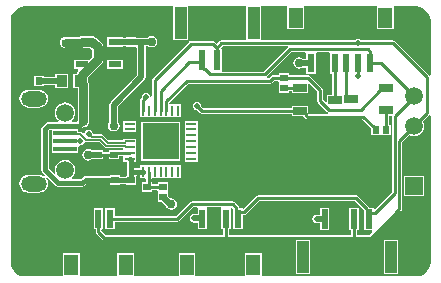
<source format=gtl>
G04*
G04 #@! TF.GenerationSoftware,Altium Limited,Altium Designer,20.1.7 (139)*
G04*
G04 Layer_Physical_Order=1*
G04 Layer_Color=255*
%FSLAX25Y25*%
%MOIN*%
G70*
G04*
G04 #@! TF.SameCoordinates,8D634492-3E34-4B73-8720-EB9472E910E3*
G04*
G04*
G04 #@! TF.FilePolarity,Positive*
G04*
G01*
G75*
%ADD13C,0.01000*%
%ADD15R,0.04724X0.07087*%
%ADD16R,0.02362X0.06102*%
%ADD17R,0.04528X0.02559*%
%ADD18R,0.02559X0.02362*%
%ADD19R,0.04331X0.02362*%
%ADD20R,0.03661X0.03858*%
%ADD21R,0.02362X0.02559*%
%ADD22R,0.01000X0.03543*%
%ADD23R,0.03543X0.01000*%
%ADD24R,0.03937X0.10630*%
%ADD25R,0.02362X0.06693*%
%ADD26R,0.07874X0.01772*%
%ADD42R,0.12205X0.12205*%
%ADD43C,0.02000*%
%ADD44C,0.03000*%
%ADD45C,0.01700*%
%ADD46C,0.01500*%
%ADD47C,0.00689*%
%ADD48C,0.05906*%
%ADD49R,0.05906X0.05906*%
%ADD50O,0.08658X0.05118*%
%ADD51C,0.05906*%
%ADD52C,0.03000*%
%ADD53C,0.02000*%
G36*
X136458Y44808D02*
X137368Y44431D01*
X138187Y43884D01*
X138884Y43187D01*
X139431Y42368D01*
X139808Y41458D01*
X140000Y40492D01*
Y40000D01*
Y22024D01*
X139500Y21872D01*
X139449Y21949D01*
X128049Y33349D01*
X127751Y33548D01*
X127400Y33618D01*
X117037D01*
X116909Y33809D01*
X116446Y34119D01*
X115900Y34227D01*
X115354Y34119D01*
X114891Y33809D01*
X114763Y33618D01*
X83808D01*
X83394Y33827D01*
X83394Y34118D01*
Y45000D01*
X92277D01*
Y37267D01*
X97802D01*
Y45000D01*
X122198D01*
Y37267D01*
X127723D01*
Y45000D01*
X135493D01*
X136458Y44808D01*
D02*
G37*
G36*
X78658Y34118D02*
X78658Y33827D01*
X78244Y33618D01*
X70292D01*
X69941Y33548D01*
X69643Y33349D01*
X68796Y32502D01*
X68149Y33149D01*
X67851Y33348D01*
X67500Y33418D01*
X60000D01*
X59649Y33348D01*
X59351Y33149D01*
X47383Y21180D01*
X47184Y20883D01*
X47114Y20531D01*
Y14917D01*
X46614Y14868D01*
X46519Y15346D01*
X46209Y15809D01*
X45746Y16119D01*
X45200Y16227D01*
X44654Y16119D01*
X44191Y15809D01*
X43881Y15346D01*
X43773Y14800D01*
X43794Y14692D01*
X43446Y14343D01*
X43247Y14046D01*
X43177Y13694D01*
Y10197D01*
X43194Y10108D01*
Y8025D01*
X44995Y8025D01*
X45494Y8025D01*
X46963Y8025D01*
X47463Y8025D01*
X48932D01*
Y8025D01*
X49100D01*
X49100Y8025D01*
X50900Y8025D01*
X51400Y8025D01*
X52868Y8025D01*
X53369Y8025D01*
X54837Y8025D01*
X55337Y8025D01*
X56805D01*
Y12369D01*
X55006Y12369D01*
X54505Y12369D01*
X53037Y12369D01*
X52886Y12806D01*
Y12888D01*
X59180Y19182D01*
X86400D01*
X86751Y19252D01*
X87049Y19451D01*
X87780Y20182D01*
X89067D01*
X89420Y19829D01*
Y19492D01*
X89420Y18992D01*
Y16146D01*
X92779D01*
Y16809D01*
X93929D01*
Y15961D01*
X99257D01*
Y18972D01*
X99757Y19179D01*
X102282Y16654D01*
Y13500D01*
X102352Y13149D01*
X102551Y12851D01*
X105651Y9751D01*
X105851Y9618D01*
X105766Y9118D01*
X99323D01*
X99274Y9166D01*
Y9380D01*
X99257Y9469D01*
Y11839D01*
X93929D01*
Y11078D01*
X64220D01*
X63606Y11692D01*
X63627Y11800D01*
X63519Y12346D01*
X63209Y12809D01*
X62746Y13119D01*
X62200Y13227D01*
X61654Y13119D01*
X61191Y12809D01*
X60881Y12346D01*
X60773Y11800D01*
X60881Y11254D01*
X61191Y10791D01*
X61654Y10481D01*
X62200Y10373D01*
X62308Y10394D01*
X63191Y9511D01*
X63489Y9312D01*
X63840Y9242D01*
X93929D01*
Y8480D01*
X97500D01*
X97509Y8435D01*
X97708Y8137D01*
X98294Y7551D01*
X98591Y7352D01*
X98943Y7282D01*
X117174D01*
X120272Y4183D01*
Y2221D01*
X123119D01*
X123435Y2221D01*
X123935Y2221D01*
X126781D01*
Y5579D01*
X126125D01*
Y8580D01*
X127164D01*
X127282Y8437D01*
Y-16845D01*
X121563Y-22565D01*
X121063Y-22357D01*
Y-22197D01*
X119661D01*
X119649Y-22135D01*
X119450Y-21837D01*
X115964Y-18351D01*
X115666Y-18152D01*
X115315Y-18082D01*
X82638D01*
X82287Y-18152D01*
X81989Y-18351D01*
X77887Y-22454D01*
X77387Y-22381D01*
Y-22381D01*
X76110D01*
Y-22092D01*
X76040Y-21741D01*
X75841Y-21443D01*
X74749Y-20351D01*
X74451Y-20152D01*
X74100Y-20082D01*
X60400D01*
X60049Y-20152D01*
X59751Y-20351D01*
X55166Y-24937D01*
X34818D01*
Y-22403D01*
X31656D01*
Y-29305D01*
X34818D01*
Y-26772D01*
X55546D01*
X55897Y-26702D01*
X56195Y-26503D01*
X60780Y-21918D01*
X62325D01*
X62413Y-22381D01*
X62413Y-22418D01*
Y-24273D01*
X61200D01*
X60654Y-24381D01*
X60191Y-24691D01*
X59881Y-25154D01*
X59773Y-25700D01*
X59881Y-26246D01*
X60191Y-26709D01*
X60654Y-27019D01*
X61200Y-27127D01*
X62413D01*
Y-29283D01*
X65576D01*
Y-22418D01*
X65576Y-22381D01*
X65664Y-21918D01*
X70199D01*
X70287Y-22381D01*
X70287D01*
Y-29283D01*
X70951D01*
Y-31182D01*
X31680D01*
X30303Y-29805D01*
X30424Y-29305D01*
X30881D01*
Y-22403D01*
X27719D01*
Y-29305D01*
X28382D01*
Y-30100D01*
X28452Y-30451D01*
X28651Y-30749D01*
X30651Y-32749D01*
X30949Y-32948D01*
X31300Y-33018D01*
X95066D01*
Y-44257D01*
X99803D01*
Y-33018D01*
X120000D01*
X120351Y-32948D01*
X120649Y-32749D01*
X130249Y-23149D01*
X130448Y-22851D01*
X130518Y-22500D01*
Y-280D01*
X132852Y2054D01*
X133625Y1733D01*
X134500Y1618D01*
X135375Y1733D01*
X136191Y2071D01*
X136891Y2609D01*
X137429Y3309D01*
X137767Y4125D01*
X137882Y5000D01*
X137767Y5875D01*
X137446Y6649D01*
X139449Y8651D01*
X139500Y8728D01*
X140000Y8576D01*
Y-40000D01*
Y-40492D01*
X139808Y-41458D01*
X139431Y-42368D01*
X138884Y-43187D01*
X138187Y-43884D01*
X137368Y-44431D01*
X136458Y-44808D01*
X135493Y-45000D01*
X83686D01*
Y-37145D01*
X78162D01*
Y-45000D01*
X61638D01*
Y-37145D01*
X56114D01*
Y-45000D01*
X41117D01*
Y-37167D01*
X35593D01*
Y-45000D01*
X23007D01*
Y-37167D01*
X17483D01*
Y-45000D01*
X4507D01*
X3542Y-44808D01*
X2632Y-44431D01*
X1813Y-43884D01*
X1116Y-43187D01*
X569Y-42368D01*
X192Y-41458D01*
X0Y-40492D01*
Y-40000D01*
Y40000D01*
Y40492D01*
X192Y41458D01*
X569Y42368D01*
X1116Y43187D01*
X1813Y43884D01*
X2632Y44431D01*
X3542Y44808D01*
X4507Y45000D01*
X54327D01*
Y33827D01*
X59064D01*
Y45000D01*
X78658D01*
Y34118D01*
D02*
G37*
G36*
X106450Y29406D02*
X106450Y29182D01*
Y22503D01*
X107114D01*
Y15579D01*
X105543D01*
Y13108D01*
X105081Y12916D01*
X104118Y13880D01*
Y17034D01*
X104048Y17385D01*
X103849Y17683D01*
X99809Y21722D01*
X99512Y21921D01*
X99160Y21991D01*
X92779D01*
Y22654D01*
X89420D01*
Y22018D01*
X87400D01*
X87049Y21948D01*
X86751Y21749D01*
X86020Y21018D01*
X85434D01*
X85349Y21518D01*
X85549Y21651D01*
X93580Y29682D01*
X98191D01*
X98576Y29406D01*
X98576Y29182D01*
Y27382D01*
X97629D01*
X97570Y27470D01*
X96941Y27890D01*
X96200Y28037D01*
X95459Y27890D01*
X94830Y27470D01*
X94410Y26841D01*
X94263Y26100D01*
X94410Y25359D01*
X94830Y24730D01*
X95459Y24310D01*
X96200Y24163D01*
X96941Y24310D01*
X97266Y24527D01*
X98576D01*
Y22503D01*
X101739D01*
Y29182D01*
X101739Y29406D01*
X102124Y29682D01*
X106065D01*
X106450Y29406D01*
D02*
G37*
G36*
X92601Y31282D02*
X92551Y31249D01*
X84520Y23218D01*
X70402D01*
Y30690D01*
X70287D01*
X70079Y31190D01*
X70672Y31782D01*
X92450D01*
X92601Y31282D01*
D02*
G37*
G36*
X117883Y-22866D02*
Y-23097D01*
X117901Y-23186D01*
Y-29690D01*
X120405D01*
X120613Y-30190D01*
X119620Y-31182D01*
X115478D01*
Y-29690D01*
X116142D01*
Y-22197D01*
X112979D01*
Y-29690D01*
X113643D01*
Y-31182D01*
X72786D01*
Y-29283D01*
X73450D01*
Y-22381D01*
X73450D01*
X73454Y-22359D01*
X73794Y-22254D01*
X74224Y-22602D01*
Y-29283D01*
X77387D01*
Y-24655D01*
X77901D01*
X78252Y-24585D01*
X78550Y-24386D01*
X83018Y-19918D01*
X114935D01*
X117883Y-22866D01*
D02*
G37*
%LPC*%
G36*
X47000Y35137D02*
X46259Y34990D01*
X45630Y34570D01*
X45602Y34527D01*
X41980D01*
Y34681D01*
X38620D01*
Y34568D01*
X37377D01*
Y34721D01*
X32246D01*
Y31559D01*
X37377D01*
Y31713D01*
X38620D01*
Y31519D01*
X41980D01*
X42173Y31099D01*
Y21991D01*
X33391Y13209D01*
X33081Y12746D01*
X32973Y12200D01*
X32973Y12200D01*
Y6484D01*
X32610Y5941D01*
X32463Y5200D01*
X32610Y4459D01*
X33030Y3830D01*
X33659Y3410D01*
X34400Y3263D01*
X35141Y3410D01*
X35770Y3830D01*
X36190Y4459D01*
X36337Y5200D01*
X36190Y5941D01*
X35827Y6484D01*
Y11609D01*
X44609Y20391D01*
X44609Y20391D01*
X44919Y20854D01*
X45027Y21400D01*
Y31673D01*
X45866D01*
X46259Y31410D01*
X47000Y31263D01*
X47741Y31410D01*
X48370Y31830D01*
X48790Y32459D01*
X48937Y33200D01*
X48790Y33941D01*
X48370Y34570D01*
X47741Y34990D01*
X47000Y35137D01*
D02*
G37*
G36*
X37377Y27241D02*
X32246D01*
Y24079D01*
X37377D01*
Y27241D01*
D02*
G37*
G36*
X19299Y22329D02*
X14838D01*
Y21527D01*
X11054D01*
Y21779D01*
X7892D01*
Y18420D01*
X11054D01*
Y18673D01*
X14838D01*
Y17671D01*
X19299D01*
Y22329D01*
D02*
G37*
G36*
X9514Y17158D02*
X5974D01*
X5202Y17056D01*
X4482Y16758D01*
X3864Y16284D01*
X3390Y15666D01*
X3091Y14946D01*
X2990Y14173D01*
X3091Y13401D01*
X3390Y12681D01*
X3864Y12063D01*
X4482Y11589D01*
X5202Y11290D01*
X5974Y11189D01*
X9514D01*
X10286Y11290D01*
X11006Y11589D01*
X11624Y12063D01*
X12099Y12681D01*
X12397Y13401D01*
X12498Y14173D01*
X12397Y14946D01*
X12099Y15666D01*
X11624Y16284D01*
X11006Y16758D01*
X10286Y17056D01*
X9514Y17158D01*
D02*
G37*
G36*
X27243Y35077D02*
X23788D01*
X23047Y34930D01*
X22868Y34810D01*
X18400D01*
X17659Y34663D01*
X17346Y34454D01*
X16721D01*
Y33779D01*
X16610Y33615D01*
X16463Y32873D01*
X16610Y32132D01*
X16721Y31967D01*
Y31292D01*
X17346D01*
X17659Y31084D01*
X18400Y30936D01*
X23521D01*
X24263Y31084D01*
X24441Y31203D01*
X26440D01*
X27063Y30580D01*
Y28102D01*
X26201Y27241D01*
X21223D01*
Y24079D01*
X22386D01*
X22577Y23617D01*
X22418Y23458D01*
X21998Y22829D01*
X21899Y22329D01*
X20901D01*
Y17671D01*
X22363D01*
Y6700D01*
X21908Y6470D01*
X20574D01*
X20404Y6970D01*
X20647Y7156D01*
X21184Y7856D01*
X21522Y8672D01*
X21638Y9547D01*
X21522Y10422D01*
X21184Y11238D01*
X20647Y11938D01*
X19947Y12476D01*
X19131Y12814D01*
X18256Y12929D01*
X17381Y12814D01*
X16565Y12476D01*
X15865Y11938D01*
X15327Y11238D01*
X14989Y10422D01*
X14874Y9547D01*
X14989Y8672D01*
X15327Y7856D01*
X15865Y7156D01*
X16140Y6945D01*
X15970Y6445D01*
X13888D01*
Y6434D01*
X12596D01*
X12108Y6336D01*
X11695Y6060D01*
X10699Y5064D01*
X10423Y4651D01*
X10326Y4163D01*
Y-9600D01*
X10423Y-10088D01*
X10699Y-10501D01*
X11650Y-11453D01*
X11320Y-11830D01*
X11006Y-11588D01*
X10286Y-11290D01*
X9513Y-11188D01*
X5974D01*
X5201Y-11290D01*
X4482Y-11588D01*
X3863Y-12063D01*
X3389Y-12681D01*
X3091Y-13401D01*
X2989Y-14173D01*
X3091Y-14946D01*
X3389Y-15665D01*
X3863Y-16284D01*
X4482Y-16758D01*
X5201Y-17056D01*
X5974Y-17158D01*
X9513D01*
X10286Y-17056D01*
X11006Y-16758D01*
X11624Y-16284D01*
X12098Y-15665D01*
X12396Y-14946D01*
X12498Y-14173D01*
X12396Y-13401D01*
X12098Y-12681D01*
X11857Y-12366D01*
X12234Y-12036D01*
X14999Y-14801D01*
X15412Y-15078D01*
X15900Y-15175D01*
X23900D01*
X24388Y-15078D01*
X24801Y-14801D01*
X25528Y-14074D01*
X33020D01*
Y-14535D01*
X36380D01*
Y-14126D01*
X38421D01*
Y-14635D01*
X41780D01*
Y-11473D01*
X42237Y-11369D01*
X43194D01*
Y-12369D01*
X44995D01*
X45145Y-12806D01*
Y-13646D01*
X43720D01*
Y-16808D01*
X47080D01*
Y-16244D01*
X48767D01*
X49121Y-16598D01*
Y-16908D01*
X49121Y-17408D01*
Y-20254D01*
X50362D01*
X51826Y-21718D01*
X51826Y-21718D01*
X51890Y-21761D01*
X52230Y-22270D01*
X52859Y-22690D01*
X53600Y-22837D01*
X54341Y-22690D01*
X54970Y-22270D01*
X55390Y-21641D01*
X55537Y-20900D01*
X55390Y-20159D01*
X54970Y-19530D01*
X54341Y-19110D01*
X53600Y-18963D01*
X53190Y-19044D01*
X52479Y-18334D01*
X52479Y-17092D01*
X52479Y-16592D01*
Y-13746D01*
X49121D01*
Y-14409D01*
X47080D01*
Y-13646D01*
X46981D01*
Y-12806D01*
X47131Y-12369D01*
X47481Y-12369D01*
X48932Y-12369D01*
X49431Y-12369D01*
X50900Y-12369D01*
X51400Y-12369D01*
X52868Y-12369D01*
X53369Y-12369D01*
X54837Y-12369D01*
X55337Y-12369D01*
X56805D01*
Y-8025D01*
X55006Y-8025D01*
X54505Y-8025D01*
X53037Y-8025D01*
X52537Y-8025D01*
X51069Y-8025D01*
X50568Y-8025D01*
X49100Y-8025D01*
X48600Y-8025D01*
X47131Y-8025D01*
X46632Y-8025D01*
X45163D01*
X45163Y-8025D01*
X44995D01*
Y-8025D01*
X44663Y-8025D01*
X43194D01*
Y-9024D01*
X41273D01*
Y-6805D01*
X41975D01*
Y-5337D01*
X41975Y-5006D01*
X41975D01*
Y-4837D01*
X41975D01*
Y-3368D01*
X41975Y-3037D01*
X41975D01*
Y-2868D01*
X41975D01*
Y-1068D01*
X41975D01*
Y-900D01*
X41975D01*
Y900D01*
X37631D01*
Y319D01*
X32654D01*
X31537Y1437D01*
X31537Y1437D01*
X30948Y2026D01*
X30702Y2190D01*
X30411Y2248D01*
X27552D01*
X27427Y2400D01*
X27319Y2946D01*
X27009Y3409D01*
X26546Y3719D01*
X26000Y3827D01*
X25454Y3719D01*
X24991Y3409D01*
X24681Y2946D01*
X24651Y2796D01*
X24109Y2632D01*
X23733Y3008D01*
X23486Y3173D01*
X23196Y3230D01*
X22562D01*
Y3920D01*
X22795D01*
X23283Y4017D01*
X23696Y4294D01*
X24187Y4785D01*
X24300Y4763D01*
X25041Y4910D01*
X25670Y5330D01*
X26090Y5959D01*
X26237Y6700D01*
Y18733D01*
X26090Y19475D01*
X25904Y19753D01*
X25902Y19761D01*
X25725Y20025D01*
Y21286D01*
X30370Y25930D01*
X30790Y26559D01*
X30937Y27300D01*
Y31383D01*
X30790Y32124D01*
X30370Y32753D01*
X28613Y34510D01*
X27984Y34930D01*
X27243Y35077D01*
D02*
G37*
G36*
X41975Y6805D02*
X37631D01*
X37631Y5006D01*
X37631Y4505D01*
Y3037D01*
X41975D01*
X41975Y4837D01*
X41975Y5337D01*
Y6805D01*
D02*
G37*
G36*
X56502Y6502D02*
X43498D01*
Y-6502D01*
X56502D01*
Y6502D01*
D02*
G37*
G36*
X62369Y6805D02*
X58025D01*
X58025Y5006D01*
X58025Y4505D01*
X58025Y3037D01*
X58025Y2537D01*
X58025Y1068D01*
X58025Y569D01*
X58025Y-900D01*
X58025Y-1400D01*
X58025Y-2868D01*
X58025Y-3368D01*
X58025Y-4837D01*
X58025Y-5337D01*
Y-6805D01*
X62369D01*
X62369Y-5006D01*
X62369Y-4505D01*
X62369Y-3037D01*
X62369Y-2537D01*
X62369Y-1068D01*
X62369Y-569D01*
X62369Y900D01*
X62369Y1400D01*
X62369Y2868D01*
X62369Y3368D01*
X62369Y4837D01*
X62369Y5337D01*
Y6805D01*
D02*
G37*
G36*
X137853Y-11647D02*
X131147D01*
Y-18353D01*
X137853D01*
Y-11647D01*
D02*
G37*
G36*
X129134Y-32827D02*
X124397D01*
Y-44257D01*
X129134D01*
Y-32827D01*
D02*
G37*
%LPD*%
G36*
X13888Y1314D02*
Y-1245D01*
Y-3804D01*
X22562D01*
Y-1810D01*
X23062Y-1400D01*
X23200Y-1427D01*
X23746Y-1319D01*
X24209Y-1009D01*
X24495Y-581D01*
X24544Y-532D01*
X24977Y-301D01*
X25267Y-359D01*
X29645D01*
X31352Y-2066D01*
X31352Y-2066D01*
X31598Y-2230D01*
X31889Y-2288D01*
X37631D01*
Y-2868D01*
X37194Y-3019D01*
X36279D01*
Y-2872D01*
X32921D01*
Y-3536D01*
X30880D01*
Y-2872D01*
X27520D01*
Y-2924D01*
X27020Y-3030D01*
X26541Y-2710D01*
X25800Y-2563D01*
X25059Y-2710D01*
X24430Y-3130D01*
X24010Y-3759D01*
X23863Y-4500D01*
X24010Y-5241D01*
X24430Y-5870D01*
X25059Y-6290D01*
X25800Y-6437D01*
X26541Y-6290D01*
X27020Y-5970D01*
X27520Y-6035D01*
Y-6035D01*
X30880D01*
Y-5371D01*
X32921D01*
Y-6035D01*
X36279D01*
Y-4855D01*
X37194D01*
X37631Y-5006D01*
Y-6805D01*
X38928D01*
Y-11472D01*
X38421D01*
Y-11781D01*
X36380D01*
Y-11372D01*
X33020D01*
Y-11525D01*
X25000D01*
X24512Y-11622D01*
X24099Y-11899D01*
X23372Y-12626D01*
X20573D01*
X20403Y-12126D01*
X20647Y-11938D01*
X21184Y-11238D01*
X21522Y-10422D01*
X21638Y-9547D01*
X21522Y-8672D01*
X21184Y-7856D01*
X20647Y-7156D01*
X19947Y-6619D01*
X19131Y-6281D01*
X18256Y-6165D01*
X17381Y-6281D01*
X16565Y-6619D01*
X15865Y-7156D01*
X15327Y-7856D01*
X14989Y-8672D01*
X14874Y-9547D01*
X14989Y-10422D01*
X15030Y-10521D01*
X14606Y-10804D01*
X12875Y-9072D01*
Y3635D01*
X13124Y3884D01*
X13888D01*
Y1314D01*
D02*
G37*
%LPC*%
G36*
X106299Y-22197D02*
X103137D01*
Y-24473D01*
X102000D01*
X101454Y-24581D01*
X100991Y-24891D01*
X100681Y-25354D01*
X100573Y-25900D01*
X100681Y-26446D01*
X100991Y-26909D01*
X101454Y-27219D01*
X102000Y-27327D01*
X103137D01*
Y-29690D01*
X106299D01*
Y-22197D01*
D02*
G37*
%LPD*%
D13*
X104095Y25954D02*
X104118Y25931D01*
Y21282D02*
Y25931D01*
Y21282D02*
X104200Y21200D01*
X73743Y26943D02*
Y27157D01*
X74424Y27838D01*
X75838D01*
X77000Y29000D01*
X6127Y20100D02*
X6127Y20100D01*
X3700Y20100D02*
X6127D01*
X40300Y26000D02*
Y29754D01*
X36931Y1969D02*
X39803D01*
X36900Y2000D02*
X36931Y1969D01*
X25282Y-25773D02*
X25363Y-25854D01*
X25282Y-25773D02*
Y-21182D01*
X25200Y-21100D02*
X25282Y-21182D01*
X40200Y-19000D02*
X44973D01*
X45400Y-18573D01*
X40100Y-16400D02*
X40200Y-16500D01*
Y-19000D02*
Y-16500D01*
X34700Y-16300D02*
X34800Y-16400D01*
X40100D01*
X129600Y-22500D02*
Y100D01*
X109620Y-25924D02*
Y-21220D01*
X114900Y-32100D02*
X120000D01*
X134500Y5000D02*
X138800Y9300D01*
X82638Y-19000D02*
X115315D01*
X109620Y-25924D02*
X109639Y-25943D01*
X115315Y-19000D02*
X118801Y-22486D01*
X120000Y-32100D02*
X129600Y-22500D01*
X109600Y-21200D02*
X109620Y-21220D01*
X121577Y-23848D02*
X128200Y-17225D01*
X118801Y-23097D02*
Y-22486D01*
Y-23097D02*
X119552Y-23848D01*
X121577D01*
X70292Y32700D02*
X127400D01*
X129600Y100D02*
X134500Y5000D01*
X72200Y-32100D02*
X114900D01*
X67966Y-30166D02*
Y-25866D01*
Y-30166D02*
X68000Y-30200D01*
X67931Y-25832D02*
X67966Y-25866D01*
X31300Y-32100D02*
X72200D01*
X29300Y-30100D02*
X31300Y-32100D01*
X29200Y-7800D02*
X34600D01*
X29100Y-7900D02*
X29200Y-7800D01*
X23600Y-7900D02*
X29100D01*
X18225Y-5077D02*
X21276D01*
X21662Y-5463D01*
Y-5962D02*
Y-5463D01*
Y-5962D02*
X23600Y-7900D01*
X60000Y32500D02*
X67500D01*
X48031Y10197D02*
Y20531D01*
X60000Y32500D01*
X115903Y25952D02*
X115905Y25954D01*
X115903Y21603D02*
Y25952D01*
X115900Y21600D02*
X115903Y21603D01*
X91100Y21073D02*
X99160D01*
X103200Y13500D02*
Y17034D01*
X99160Y21073D02*
X103200Y17034D01*
X44094Y10197D02*
Y13694D01*
X45200Y14800D01*
X63840Y10160D02*
X96593D01*
X62200Y11800D02*
X63840Y10160D01*
X96593D02*
X97577D01*
X98357Y9380D01*
Y8786D02*
Y9380D01*
Y8786D02*
X98943Y8200D01*
X121853Y3900D02*
Y3998D01*
X121172Y4679D02*
X121853Y3998D01*
X121074Y4679D02*
X121172D01*
X117553Y8200D02*
X121074Y4679D01*
X98943Y8200D02*
X117553D01*
X125207Y3907D02*
Y10260D01*
X125200Y3900D02*
X125207Y3907D01*
X106300Y10400D02*
X116700D01*
X123261Y16961D02*
X124428D01*
X125207Y17740D01*
X116700Y10400D02*
X123261Y16961D01*
X103200Y13500D02*
X106300Y10400D01*
X91100Y17727D02*
X96506D01*
X96593Y17640D01*
X111969Y14780D02*
Y25954D01*
Y14780D02*
X112748Y14000D01*
X113593D01*
X108031Y14076D02*
Y25954D01*
Y14076D02*
X108207Y13900D01*
X91073Y21100D02*
X91100Y21073D01*
X87400Y21100D02*
X91073D01*
X58800Y20100D02*
X86400D01*
X87400Y21100D01*
X51968Y10197D02*
Y13269D01*
X58800Y20100D01*
X63862Y-25700D02*
X63994Y-25832D01*
X114561Y-31761D02*
Y-25943D01*
Y-31761D02*
X114900Y-32100D01*
X71868Y-31769D02*
Y-25832D01*
Y-31769D02*
X72200Y-32100D01*
X29300Y-30100D02*
Y-25854D01*
X128200Y-17225D02*
Y8437D01*
X134500Y14737D01*
Y15000D01*
X138800Y9300D02*
Y21300D01*
X127400Y32700D02*
X138800Y21300D01*
X68796Y31204D02*
X70292Y32700D01*
X93200Y30600D02*
X119000D01*
X84900Y22300D02*
X93200Y30600D01*
X66500Y22300D02*
X84900D01*
X119800Y25997D02*
X119843Y25954D01*
X119000Y30600D02*
X119800Y29800D01*
Y25997D02*
Y29800D01*
X68796Y26969D02*
X68821Y26943D01*
X68796Y26969D02*
Y31204D01*
X67500Y32500D02*
X68796Y31204D01*
X75192Y-23805D02*
X75805Y-24418D01*
X75192Y-23805D02*
Y-22092D01*
X74100Y-21000D02*
X75192Y-22092D01*
X60400Y-21000D02*
X74100D01*
X33237Y-25854D02*
X55546D01*
X60400Y-21000D01*
X75805Y-24418D02*
X76487Y-23737D01*
X77901D01*
X82638Y-19000D01*
X119843Y25954D02*
X123546D01*
X134500Y15000D01*
X64703Y24097D02*
X66500Y22300D01*
X63900Y24778D02*
Y26943D01*
Y24778D02*
X64581Y24097D01*
X64703D01*
X63357Y26400D02*
X63900Y26943D01*
X59600Y26400D02*
X63357D01*
X50000Y10197D02*
Y16800D01*
X59600Y26400D01*
X45500Y-15327D02*
X50800D01*
X45400Y-15227D02*
X45500Y-15327D01*
X46063Y-14564D02*
Y-10197D01*
X45400Y-15227D02*
X46063Y-14564D01*
X35116Y-3937D02*
X39803D01*
X34600Y-4453D02*
X35116Y-3937D01*
X29200Y-4453D02*
X34600D01*
D15*
X124961Y41210D02*
D03*
X95039D02*
D03*
X20245Y-41110D02*
D03*
X38355D02*
D03*
X80924Y-41088D02*
D03*
X58876D02*
D03*
D16*
X100157Y25954D02*
D03*
X104095D02*
D03*
X108031D02*
D03*
X111969D02*
D03*
X115905D02*
D03*
X119843D02*
D03*
X25363Y-25854D02*
D03*
X29300D02*
D03*
X33237D02*
D03*
X75805Y-25832D02*
D03*
X71868D02*
D03*
X67931D02*
D03*
X63994D02*
D03*
D17*
X108207Y13900D02*
D03*
X96593Y10160D02*
D03*
Y17640D02*
D03*
X113593Y14000D02*
D03*
X125207Y17740D02*
D03*
Y10260D02*
D03*
D18*
X91100Y21073D02*
D03*
Y17727D02*
D03*
X40300Y29754D02*
D03*
Y33100D02*
D03*
X18400Y29527D02*
D03*
Y32873D02*
D03*
X34600Y-7800D02*
D03*
Y-4453D02*
D03*
X29200Y-7800D02*
D03*
Y-4453D02*
D03*
X40100Y-16400D02*
D03*
Y-13054D02*
D03*
X34700Y-16300D02*
D03*
Y-12954D02*
D03*
X50800Y-15327D02*
D03*
Y-18673D02*
D03*
X45400Y-18573D02*
D03*
Y-15227D02*
D03*
D19*
X23788Y33140D02*
D03*
Y29400D02*
D03*
Y25660D02*
D03*
X34812D02*
D03*
Y33140D02*
D03*
D20*
X17069Y20000D02*
D03*
X23132D02*
D03*
D21*
X6127Y20100D02*
D03*
X9473D02*
D03*
X121853Y3900D02*
D03*
X125200D02*
D03*
D22*
X44094Y10197D02*
D03*
X46063D02*
D03*
X48031D02*
D03*
X50000D02*
D03*
X51968D02*
D03*
X53937D02*
D03*
X55905D02*
D03*
Y-10197D02*
D03*
X53937D02*
D03*
X51968D02*
D03*
X50000D02*
D03*
X48031D02*
D03*
X46063D02*
D03*
X44094D02*
D03*
D23*
X60197Y5906D02*
D03*
Y3937D02*
D03*
Y1969D02*
D03*
Y0D02*
D03*
Y-1969D02*
D03*
Y-3937D02*
D03*
Y-5906D02*
D03*
X39803D02*
D03*
Y-3937D02*
D03*
Y-1969D02*
D03*
Y0D02*
D03*
Y1969D02*
D03*
Y3937D02*
D03*
Y5906D02*
D03*
D24*
X56695Y39542D02*
D03*
X81026D02*
D03*
X126765Y-38542D02*
D03*
X97435D02*
D03*
D25*
X63900Y26943D02*
D03*
X73743D02*
D03*
X68821D02*
D03*
X119482Y-25943D02*
D03*
X114561D02*
D03*
X104718D02*
D03*
X109639D02*
D03*
D26*
X18225Y-5077D02*
D03*
Y-2518D02*
D03*
Y41D02*
D03*
Y2600D02*
D03*
Y5159D02*
D03*
D42*
X50000Y0D02*
D03*
D43*
X18337Y29463D02*
X18400Y29527D01*
X15763Y29463D02*
X18337D01*
X15700Y29400D02*
X15763Y29463D01*
X18527Y29400D02*
X23788D01*
X18400Y29527D02*
X18527Y29400D01*
X34400Y12200D02*
X43600Y21400D01*
Y33100D01*
X104675Y-25900D02*
X104718Y-25943D01*
X102000Y-25900D02*
X104675D01*
X50800Y-18673D02*
X50898D01*
X51079Y-18854D01*
Y-18953D02*
Y-18854D01*
Y-18953D02*
X52835Y-20709D01*
X53409D01*
X53600Y-20900D01*
X43600Y33100D02*
X46900D01*
X40300D02*
X43600D01*
X29177Y-4477D02*
X29200Y-4453D01*
X25823Y-4477D02*
X29177D01*
X25800Y-4500D02*
X25823Y-4477D01*
X34400Y5200D02*
Y12200D01*
X96346Y25954D02*
X100157D01*
X96200Y26100D02*
X96346Y25954D01*
X46900Y33100D02*
X47000Y33200D01*
X34812Y33140D02*
X40260D01*
X40300Y33100D01*
X61200Y-25700D02*
X63862D01*
X9473Y20100D02*
X16969D01*
X17069Y20000D01*
D44*
X23788Y22088D02*
X29000Y27300D01*
X23788Y19343D02*
Y22088D01*
Y33140D02*
X27243D01*
X29000Y31383D01*
Y27300D02*
Y31383D01*
X24112Y18921D02*
X24300Y18733D01*
X23132Y19902D02*
X24112Y18921D01*
X24300Y6700D02*
Y18733D01*
X23132Y19902D02*
Y20000D01*
X18400Y32873D02*
X23521D01*
X23788Y33140D01*
Y19343D02*
X24112Y19019D01*
D45*
X34547Y-12800D02*
X34700Y-12954D01*
X25000Y-12800D02*
X34547D01*
X15900Y-13900D02*
X23900D01*
X25000Y-12800D01*
X12596Y5159D02*
X18225D01*
X11600Y4163D02*
X12596Y5159D01*
X11600Y-9600D02*
Y4163D01*
Y-9600D02*
X15900Y-13900D01*
X24112Y18921D02*
Y19019D01*
X22795Y5195D02*
X24300Y6700D01*
X18225Y5159D02*
X18261Y5195D01*
X22795D01*
D46*
X34700Y-12954D02*
X40000D01*
X40100Y-13054D01*
Y-9605D02*
Y-6155D01*
Y-13054D02*
Y-9605D01*
X40692Y-10197D02*
X44094D01*
X40100Y-9605D02*
X40692Y-10197D01*
X39850Y-5906D02*
X40100Y-6155D01*
X39803Y-5906D02*
X39850D01*
D47*
X27059Y1489D02*
X30411D01*
X26000Y2400D02*
X26148D01*
X27059Y1489D01*
X29960Y400D02*
X31889Y-1529D01*
X38092D01*
X30411Y1489D02*
X31000Y900D01*
X32340Y-440D01*
X38532Y-1969D02*
X39803D01*
X32340Y-440D02*
X38092D01*
X38532Y0D01*
X38092Y-1529D02*
X38532Y-1969D01*
X25267Y400D02*
X29960D01*
X23196Y2471D02*
X25267Y400D01*
X18354Y2471D02*
X23196D01*
X18225Y2600D02*
X18354Y2471D01*
X18246Y21D02*
X23179D01*
X18225Y41D02*
X18246Y21D01*
X23179D02*
X23200Y0D01*
X38532D02*
X39803D01*
D48*
X134500Y5000D02*
D03*
Y15000D02*
D03*
Y-5000D02*
D03*
D49*
Y-15000D02*
D03*
D50*
X7744Y-14173D02*
D03*
X7744Y14173D02*
D03*
D51*
X18256Y9547D02*
D03*
Y-9547D02*
D03*
D52*
X135200Y37000D02*
D03*
X88300Y38300D02*
D03*
X15700Y29400D02*
D03*
X53600Y-20900D02*
D03*
X23600Y-7900D02*
D03*
X25800Y-4500D02*
D03*
X34400Y5200D02*
D03*
X96200Y26100D02*
D03*
X47000Y33200D02*
D03*
D53*
X104200Y21200D02*
D03*
X77000Y29000D02*
D03*
X3700Y20100D02*
D03*
X40300Y26000D02*
D03*
X36900Y2000D02*
D03*
X25200Y-21100D02*
D03*
X40300Y-19100D02*
D03*
X109600Y-21200D02*
D03*
X68000Y-30200D02*
D03*
X115900Y21600D02*
D03*
Y32800D02*
D03*
X45200Y14800D02*
D03*
X62200Y11800D02*
D03*
X102000Y-25900D02*
D03*
X61200Y-25700D02*
D03*
X26000Y2400D02*
D03*
X23200Y0D02*
D03*
M02*

</source>
